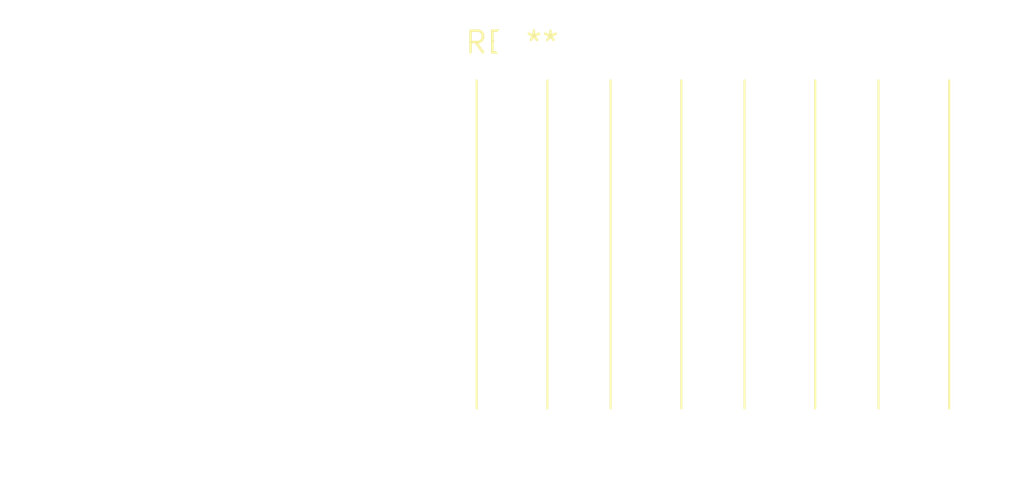
<source format=kicad_pcb>
(kicad_pcb (version 20240108) (generator pcbnew)
  (layers (0 "F.Cu" signal) (31 "B.Cu" signal) (34 "B.Paste" user) (35 "F.Paste" user) (36 "B.SilkS" user "B.Silkscreen") (37 "F.SilkS" user "F.Silkscreen") (38 "B.Mask" user) (39 "F.Mask" user) (44 "Edge.Cuts" user))
  (net 0 "")
  (footprint "SolderWire-1.5sqmm_1x04_P7.8mm_D1.7mm_OD3.9mm_Relief" (layer "F.Cu") (at 0 0)
    (property "Reference" "REF**")
    (property "Value" "SolderWire-1.5sqmm_1x04_P7.8mm_D1.7mm_OD3.9mm_Relief")
    (fp_line (start -2.06 2.21) (end -2.06 21.34) (layer "F.SilkS") (stroke (width 0.12)))
    (fp_line (start 2.06 2.21) (end 2.06 21.34) (layer "F.SilkS") (stroke (width 0.12)))
    (fp_line (start 5.74 2.21) (end 5.74 21.34) (layer "F.SilkS") (stroke (width 0.12)))
    (fp_line (start 9.86 2.21) (end 9.86 21.34) (layer "F.SilkS") (stroke (width 0.12)))
    (fp_line (start 13.54 2.21) (end 13.54 21.34) (layer "F.SilkS") (stroke (width 0.12)))
    (fp_line (start 17.66 2.21) (end 17.66 21.34) (layer "F.SilkS") (stroke (width 0.12)))
    (fp_line (start 21.34 2.21) (end 21.34 21.34) (layer "F.SilkS") (stroke (width 0.12)))
    (fp_line (start 25.46 2.21) (end 25.46 21.34) (layer "F.SilkS") (stroke (width 0.12)))
    (pad "" np_thru_hole circle (at 0 23.4) (size 4.4 4.4) (drill 4.4) (layers *.Cu *.Mask))
    (pad "" np_thru_hole circle (at 7.8 23.4) (size 4.4 4.4) (drill 4.4) (layers *.Cu *.Mask))
    (pad "" np_thru_hole circle (at 15.6 23.4) (size 4.4 4.4) (drill 4.4) (layers *.Cu *.Mask))
    (pad "" np_thru_hole circle (at 23.4 23.4) (size 4.4 4.4) (drill 4.4) (layers *.Cu *.Mask))
    (pad "1" thru_hole roundrect (at 0 0) (size 3.9 3.9) (drill 2.1) (layers *.Cu *.Mask) (remove_unused_layers) (roundrect_rratio 0.064103))
    (pad "2" thru_hole circle (at 7.8 0) (size 3.9 3.9) (drill 2.1) (layers *.Cu *.Mask) (remove_unused_layers))
    (pad "3" thru_hole circle (at 15.6 0) (size 3.9 3.9) (drill 2.1) (layers *.Cu *.Mask) (remove_unused_layers))
    (pad "4" thru_hole circle (at 23.4 0) (size 3.9 3.9) (drill 2.1) (layers *.Cu *.Mask) (remove_unused_layers))
  )
)
</source>
